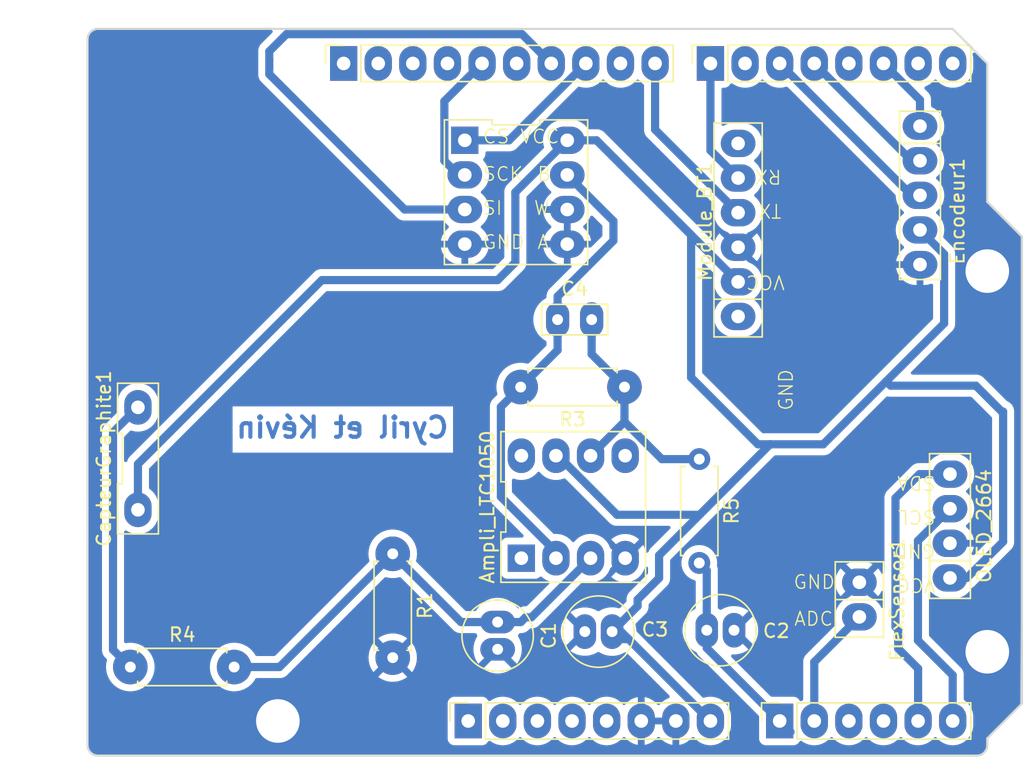
<source format=kicad_pcb>
(kicad_pcb (version 20221018) (generator pcbnew)
  (title_block (date "mar. 31 mars 2015"))
  (layers (0 "F.Cu" signal) (31 "B.Cu" signal) (34 "B.Paste" user) (35 "F.Paste" user) (36 "B.SilkS" user "B.Silkscreen") (37 "F.SilkS" user "F.Silkscreen") (38 "B.Mask" user) (39 "F.Mask" user) (44 "Edge.Cuts" user))
  (net 0 "")
  (net 1 "GND")
  (net 3 "+5V")
  (net 4 "/IOREF")
  (net 6 "/A2")
  (net 7 "/A3")
  (net 8 "Net-(Ampli_LTC1050-+IN)")
  (net 10 "Net-(Ampli_LTC1050-OUT)")
  (net 11 "/12")
  (net 12 "/AREF")
  (net 14 "ADC_Ampli")
  (net 15 "Net-(CapteurGraphite1-Sortie)")
  (net 16 "Clock_Encod")
  (net 17 "/*9")
  (net 18 "Data")
  (net 19 "Switch")
  (net 20 "/*6")
  (net 21 "ADC_Flex")
  (net 22 "/TX{slash}1")
  (net 23 "/*3")
  (net 24 "/RX{slash}0")
  (net 25 "+3V3")
  (net 26 "VCC")
  (net 27 "/~{RESET}")
  (net 28 "SCL")
  (net 29 "SDA")
  (net 30 "Clock_Potar")
  (net 31 "MOSI")
  (net 32 "CS")
  (net 33 "TX")
  (net 34 "RX")
  (net 35 "B")
  (footprint "Connector_PinSocket_2.54mm:PinSocket_1x08_P2.54mm_Vertical" (layer "F.Cu") (at 127.94 97.46 90)
    (fp_text reference "J1" hide)
    (fp_text value "Power")
    (fp_line (start -1.33 1.27) (end -1.33 19.11) (stroke (width 0.12)) (layer "F.SilkS"))
    (fp_line (start -1.33 1.27) (end 1.33 1.27) (stroke (width 0.12)) (layer "F.SilkS"))
    (fp_line (start -1.33 19.11) (end 1.33 19.11) (stroke (width 0.12)) (layer "F.SilkS"))
    (fp_line (start 0 -1.33) (end 1.33 -1.33) (stroke (width 0.12)) (layer "F.SilkS"))
    (fp_line (start 1.33 -1.33) (end 1.33 0) (stroke (width 0.12)) (layer "F.SilkS"))
    (fp_line (start 1.33 1.27) (end 1.33 19.11) (stroke (width 0.12)) (layer "F.SilkS"))
    (pad "1" thru_hole rect locked (at 0 0 90) (size 2.54 2) (drill 1) (layers "*.Cu" "*.Mask"))
    (pad "2" thru_hole oval locked (at 0 2.54 90) (size 2.54 2) (drill 1) (layers "*.Cu" "*.Mask") (net 4 "/IOREF"))
    (pad "3" thru_hole oval locked (at 0 5.08 90) (size 2.54 2) (drill 1) (layers "*.Cu" "*.Mask") (net 27 "/~{RESET}"))
    (pad "4" thru_hole oval locked (at 0 7.62 90) (size 2.54 2) (drill 1) (layers "*.Cu" "*.Mask") (net 25 "+3V3"))
    (pad "5" thru_hole oval locked (at 0 10.16 90) (size 2.54 2) (drill 1) (layers "*.Cu" "*.Mask") (net 3 "+5V"))
    (pad "6" thru_hole oval locked (at 0 12.7 90) (size 2.54 2) (drill 1) (layers "*.Cu" "*.Mask") (net 1 "GND"))
    (pad "7" thru_hole oval locked (at 0 15.24 90) (size 2.54 2) (drill 1) (layers "*.Cu" "*.Mask") (net 1 "GND"))
    (pad "8" thru_hole oval locked (at 0 17.78 90) (size 2.54 2) (drill 1) (layers "*.Cu" "*.Mask") (net 26 "VCC"))
  )
  (footprint "Connector_PinSocket_2.54mm:PinSocket_1x06_P2.54mm_Vertical" (layer "F.Cu") (at 150.8 97.46 90)
    (fp_text reference "J3" hide)
    (fp_text value "Analog")
    (fp_line (start -1.33 1.27) (end -1.33 14.03) (stroke (width 0.12)) (layer "F.SilkS"))
    (fp_line (start -1.33 1.27) (end 1.33 1.27) (stroke (width 0.12)) (layer "F.SilkS"))
    (fp_line (start -1.33 14.03) (end 1.33 14.03) (stroke (width 0.12)) (layer "F.SilkS"))
    (fp_line (start 0 -1.33) (end 1.33 -1.33) (stroke (width 0.12)) (layer "F.SilkS"))
    (fp_line (start 1.33 -1.33) (end 1.33 0) (stroke (width 0.12)) (layer "F.SilkS"))
    (fp_line (start 1.33 1.27) (end 1.33 14.03) (stroke (width 0.12)) (layer "F.SilkS"))
    (pad "1" thru_hole rect locked (at 0 0 90) (size 2.54 2) (drill 1) (layers "*.Cu" "*.Mask") (net 14 "ADC_Ampli"))
    (pad "2" thru_hole oval locked (at 0 2.54 90) (size 2.54 2) (drill 1) (layers "*.Cu" "*.Mask") (net 21 "ADC_Flex"))
    (pad "3" thru_hole oval locked (at 0 5.08 90) (size 2.54 2) (drill 1) (layers "*.Cu" "*.Mask") (net 6 "/A2"))
    (pad "4" thru_hole oval locked (at 0 7.62 90) (size 2.54 2) (drill 1) (layers "*.Cu" "*.Mask") (net 7 "/A3"))
    (pad "5" thru_hole oval locked (at 0 10.16 90) (size 2.54 2) (drill 1) (layers "*.Cu" "*.Mask") (net 29 "SDA"))
    (pad "6" thru_hole oval locked (at 0 12.7 90) (size 2.54 2) (drill 1) (layers "*.Cu" "*.Mask") (net 28 "SCL"))
  )
  (footprint "Connector_PinSocket_2.54mm:PinSocket_1x10_P2.54mm_Vertical" (layer "F.Cu") (at 118.796 49.2 90)
    (fp_text reference "J2" hide)
    (fp_text value "Digital/PWM")
    (fp_line (start -1.33 1.27) (end -1.33 24.19) (stroke (width 0.12)) (layer "F.SilkS"))
    (fp_line (start -1.33 1.27) (end 1.33 1.27) (stroke (width 0.12)) (layer "F.SilkS"))
    (fp_line (start -1.33 24.19) (end 1.33 24.19) (stroke (width 0.12)) (layer "F.SilkS"))
    (fp_line (start 0 -1.33) (end 1.33 -1.33) (stroke (width 0.12)) (layer "F.SilkS"))
    (fp_line (start 1.33 -1.33) (end 1.33 0) (stroke (width 0.12)) (layer "F.SilkS"))
    (fp_line (start 1.33 1.27) (end 1.33 24.19) (stroke (width 0.12)) (layer "F.SilkS"))
    (pad "1" thru_hole rect locked (at 0 0 90) (size 2.54 2) (drill 1) (layers "*.Cu" "*.Mask") (net 28 "SCL"))
    (pad "2" thru_hole oval locked (at 0 2.54 90) (size 2.54 2) (drill 1) (layers "*.Cu" "*.Mask") (net 29 "SDA"))
    (pad "3" thru_hole oval locked (at 0 5.08 90) (size 2.54 2) (drill 1) (layers "*.Cu" "*.Mask") (net 12 "/AREF"))
    (pad "4" thru_hole oval locked (at 0 7.62 90) (size 2.54 2) (drill 1) (layers "*.Cu" "*.Mask") (net 1 "GND"))
    (pad "5" thru_hole oval locked (at 0 10.16 90) (size 2.54 2) (drill 1) (layers "*.Cu" "*.Mask") (net 30 "Clock_Potar"))
    (pad "6" thru_hole oval locked (at 0 12.7 90) (size 2.54 2) (drill 1) (layers "*.Cu" "*.Mask") (net 11 "/12"))
    (pad "7" thru_hole oval locked (at 0 15.24 90) (size 2.54 2) (drill 1) (layers "*.Cu" "*.Mask") (net 31 "MOSI"))
    (pad "8" thru_hole oval locked (at 0 17.78 90) (size 2.54 2) (drill 1) (layers "*.Cu" "*.Mask") (net 32 "CS"))
    (pad "9" thru_hole oval locked (at 0 20.32 90) (size 2.54 2) (drill 1) (layers "*.Cu" "*.Mask") (net 17 "/*9"))
    (pad "10" thru_hole oval locked (at 0 22.86 90) (size 2.54 2) (drill 1) (layers "*.Cu" "*.Mask") (net 34 "RX"))
  )
  (footprint "Connector_PinSocket_2.54mm:PinSocket_1x08_P2.54mm_Vertical" (layer "F.Cu") (at 145.72 49.2 90)
    (fp_text reference "J4" hide)
    (fp_text value "Digital/PWM")
    (fp_line (start -1.33 1.27) (end -1.33 19.11) (stroke (width 0.12)) (layer "F.SilkS"))
    (fp_line (start -1.33 1.27) (end 1.33 1.27) (stroke (width 0.12)) (layer "F.SilkS"))
    (fp_line (start -1.33 19.11) (end 1.33 19.11) (stroke (width 0.12)) (layer "F.SilkS"))
    (fp_line (start 0 -1.33) (end 1.33 -1.33) (stroke (width 0.12)) (layer "F.SilkS"))
    (fp_line (start 1.33 -1.33) (end 1.33 0) (stroke (width 0.12)) (layer "F.SilkS"))
    (fp_line (start 1.33 1.27) (end 1.33 19.11) (stroke (width 0.12)) (layer "F.SilkS"))
    (pad "1" thru_hole rect locked (at 0 0 90) (size 2.54 2) (drill 1) (layers "*.Cu" "*.Mask") (net 33 "TX"))
    (pad "2" thru_hole oval locked (at 0 2.54 90) (size 2.54 2) (drill 1) (layers "*.Cu" "*.Mask") (net 20 "/*6"))
    (pad "3" thru_hole oval locked (at 0 5.08 90) (size 2.54 2) (drill 1) (layers "*.Cu" "*.Mask") (net 19 "Switch"))
    (pad "4" thru_hole oval locked (at 0 7.62 90) (size 2.54 2) (drill 1) (layers "*.Cu" "*.Mask") (net 18 "Data"))
    (pad "5" thru_hole oval locked (at 0 10.16 90) (size 2.54 2) (drill 1) (layers "*.Cu" "*.Mask") (net 23 "/*3"))
    (pad "6" thru_hole oval locked (at 0 12.7 90) (size 2.54 2) (drill 1) (layers "*.Cu" "*.Mask") (net 16 "Clock_Encod"))
    (pad "7" thru_hole oval locked (at 0 15.24 90) (size 2.54 2) (drill 1) (layers "*.Cu" "*.Mask") (net 22 "/TX{slash}1"))
    (pad "8" thru_hole oval locked (at 0 17.78 90) (size 2.54 2) (drill 1) (layers "*.Cu" "*.Mask") (net 24 "/RX{slash}0"))
  )
  (footprint "Capacitor_THT:C_Radial_D5.0mm_H7.0mm_P2.00mm" (layer "F.Cu") (at 145.45 90.8)
    (fp_text reference "C2" (at 5.1 0.05) (layer "F.SilkS"))
    (fp_text value "100n")
    (fp_circle (center 1 0) (end 3.62 0) (stroke (width 0.12)) (fill none) (layer "F.SilkS"))
    (pad "1" thru_hole oval (at 0 0) (size 1.65 2.54) (drill 0.8) (layers "*.Cu" "*.Mask") (net 14 "ADC_Ampli"))
    (pad "2" thru_hole oval (at 2 0) (size 1.65 2.54) (drill 0.8) (layers "*.Cu" "*.Mask") (net 1 "GND"))
  )
  (footprint "Capacitor_THT:C_Radial_D5.0mm_H7.0mm_P2.00mm" (layer "F.Cu") (at 130.1 90.2 -90)
    (fp_text reference "C1" (at 1 -3.75 90) (layer "F.SilkS"))
    (fp_text value "100n")
    (fp_circle (center 1 0) (end 3.62 0) (stroke (width 0.12)) (fill none) (layer "F.SilkS"))
    (pad "1" thru_hole oval (at 0 0 270) (size 1.65 2.54) (drill 0.8) (layers "*.Cu" "*.Mask") (net 8 "Net-(Ampli_LTC1050-+IN)"))
    (pad "2" thru_hole oval (at 2 0 270) (size 1.65 2.54) (drill 0.8) (layers "*.Cu" "*.Mask") (net 1 "GND"))
  )
  (footprint "Librairie utile empreintes:Module_BT_new" (layer "F.Cu") (at 147.75 61.42 90)
    (fp_text reference "Module_BT1" (at 0.6 -2.45 90) (layer "F.SilkS"))
    (fp_text value "~" hide)
    (fp_text user "TX" (at 2 3.25 180 unlocked) (layer "F.SilkS") (effects (font (thickness 0.1)) (justify left bottom)))
    (fp_text user "VCC" (at -3.25 3.5 180 unlocked) (layer "F.SilkS") (effects (font (thickness 0.1)) (justify left bottom)))
    (fp_text user "RX" (at 4.5 3.25 180 unlocked) (layer "F.SilkS") (effects (font (thickness 0.1)) (justify left bottom)))
    (fp_line (start -7.85 -1.77) (end 7.85 -1.77) (stroke (width 0.12)) (layer "F.SilkS"))
    (fp_line (start -7.85 1.77) (end -7.85 -1.77) (stroke (width 0.12)) (layer "F.SilkS"))
    (fp_line (start -5.08 -1.77) (end -5.08 1.77) (stroke (width 0.12)) (layer "F.SilkS"))
    (fp_line (start 7.85 -1.77) (end 7.85 1.77) (stroke (width 0.12)) (layer "F.SilkS"))
    (fp_line (start 7.85 1.77) (end -7.85 1.77) (stroke (width 0.12)) (layer "F.SilkS"))
    (pad "1" thru_hole oval (at -6.35 0 90) (size 2 2.54) (drill 1) (layers "*.Cu" "*.Mask"))
    (pad "2" thru_hole oval (at -3.81 0 90) (size 2 2.54) (drill 1) (layers "*.Cu" "*.Mask") (net 26 "VCC"))
    (pad "3" thru_hole oval (at -1.27 0 90) (size 2 2.54) (drill 1) (layers "*.Cu" "*.Mask") (net 1 "GND"))
    (pad "4" thru_hole oval (at 1.27 0 90) (size 2 2.54) (drill 1) (layers "*.Cu" "*.Mask") (net 34 "RX"))
    (pad "5" thru_hole oval (at 3.81 0 90) (size 2 2.54) (drill 1) (layers "*.Cu" "*.Mask") (net 33 "TX"))
    (pad "6" thru_hole oval (at 6.35 0 90) (size 2 2.54) (drill 1) (layers "*.Cu" "*.Mask"))
  )
  (footprint "Arduino_MountingHole:MountingHole_3.2mm" (layer "F.Cu") (at 115.24 49.2)
    (fp_text reference "MH1" hide)
    (fp_text value "MountingHole_3.2mm" hide)
    (pad "" np_thru_hole circle locked (at 0 0) (size 3.2 3.2) (drill 3.2) (layers "*.Cu" "*.Mask"))
  )
  (footprint "Librairie utile empreintes:OLED_2864" (layer "F.Cu") (at 163.3 83.15 90)
    (fp_text reference "OLED_2664" (at 0 2.5 90) (layer "F.SilkS"))
    (fp_text value "~")
    (fp_text user "SDA" (at 3.75 -1 180 unlocked) (layer "F.SilkS") (effects (font (thickness 0.1)) (justify left bottom)))
    (fp_text user "GND" (at -1.25 -1 180 unlocked) (layer "F.SilkS") (effects (font (thickness 0.1)) (justify left bottom)))
    (fp_text user "SCL" (at 1.25 -1 180 unlocked) (layer "F.SilkS") (effects (font (thickness 0.1)) (justify left bottom)))
    (fp_text user "VCC" (at -3.75 -1 180 unlocked) (layer "F.SilkS") (effects (font (thickness 0.1)) (justify left bottom)))
    (fp_line (start -5.31 -1.5) (end 5.31 -1.5) (stroke (width 0.12)) (layer "F.SilkS"))
    (fp_line (start -5.31 1.5) (end -5.31 -1.5) (stroke (width 0.12)) (layer "F.SilkS"))
    (fp_line (start -2.54 -1.5) (end -2.54 1.5) (stroke (width 0.12)) (layer "F.SilkS"))
    (fp_line (start 5.31 -1.5) (end 5.31 1.5) (stroke (width 0.12)) (layer "F.SilkS"))
    (fp_line (start 5.31 1.5) (end -5.31 1.5) (stroke (width 0.12)) (layer "F.SilkS"))
    (pad "1" thru_hole oval (at -3.81 0 90) (size 2 2.54) (drill 1) (layers "*.Cu" "*.Mask") (net 26 "VCC"))
    (pad "2" thru_hole oval (at -1.27 0 90) (size 2 2.54) (drill 1) (layers "*.Cu" "*.Mask") (net 1 "GND"))
    (pad "3" thru_hole oval (at 1.27 0 90) (size 2 2.54) (drill 1) (layers "*.Cu" "*.Mask") (net 28 "SCL"))
    (pad "4" thru_hole oval (at 3.81 0 90) (size 2 2.54) (drill 1) (layers "*.Cu" "*.Mask") (net 29 "SDA"))
  )
  (footprint "Capacitor_THT:C_Radial_D5.0mm_H7.0mm_P2.00mm" (layer "F.Cu") (at 138.5 90.9 180)
    (fp_text reference "C3" (at -3.15 0.15) (layer "F.SilkS"))
    (fp_text value "100n")
    (fp_circle (center 1 0) (end 3.62 0) (stroke (width 0.12)) (fill none) (layer "F.SilkS"))
    (pad "1" thru_hole oval (at 0 0 180) (size 1.65 2.54) (drill 0.8) (layers "*.Cu" "*.Mask") (net 26 "VCC"))
    (pad "2" thru_hole oval (at 2 0 180) (size 1.65 2.54) (drill 0.8) (layers "*.Cu" "*.Mask") (net 1 "GND"))
  )
  (footprint "Resistor_THT:R_Axial_DIN0207_L6.3mm_D2.5mm_P7.62mm_Horizontal" (layer "F.Cu") (at 122.4 85.19 -90)
    (fp_text reference "R1" (at 3.81 -2.37 90) (layer "F.SilkS"))
    (fp_text value "100k")
    (fp_line (start 0.54 -1.37) (end 7.08 -1.37) (stroke (width 0.12)) (layer "F.SilkS"))
    (fp_line (start 0.54 -1.04) (end 0.54 -1.37) (stroke (width 0.12)) (layer "F.SilkS"))
    (fp_line (start 0.54 1.04) (end 0.54 1.37) (stroke (width 0.12)) (layer "F.SilkS"))
    (fp_line (start 0.54 1.37) (end 7.08 1.37) (stroke (width 0.12)) (layer "F.SilkS"))
    (fp_line (start 7.08 -1.37) (end 7.08 -1.04) (stroke (width 0.12)) (layer "F.SilkS"))
    (fp_line (start 7.08 1.37) (end 7.08 1.04) (stroke (width 0.12)) (layer "F.SilkS"))
    (pad "1" thru_hole circle (at 0 0 270) (size 2.54 2.54) (drill 0.8) (layers "*.Cu" "*.Mask") (net 8 "Net-(Ampli_LTC1050-+IN)"))
    (pad "2" thru_hole circle (at 7.62 0 270) (size 2.54 2.54) (drill 0.8) (layers "*.Cu" "*.Mask") (net 1 "GND"))
  )
  (footprint "Resistor_THT:R_Axial_DIN0207_L6.3mm_D2.5mm_P7.62mm_Horizontal" (layer "F.Cu") (at 103.14 93.5)
    (fp_text reference "R4" (at 3.81 -2.37) (layer "F.SilkS"))
    (fp_text value "10k")
    (fp_line (start 0.54 -1.37) (end 7.08 -1.37) (stroke (width 0.12)) (layer "F.SilkS"))
    (fp_line (start 0.54 -1.04) (end 0.54 -1.37) (stroke (width 0.12)) (layer "F.SilkS"))
    (fp_line (start 0.54 1.04) (end 0.54 1.37) (stroke (width 0.12)) (layer "F.SilkS"))
    (fp_line (start 0.54 1.37) (end 7.08 1.37) (stroke (width 0.12)) (layer "F.SilkS"))
    (fp_line (start 7.08 -1.37) (end 7.08 -1.04) (stroke (width 0.12)) (layer "F.SilkS"))
    (fp_line (start 7.08 1.37) (end 7.08 1.04) (stroke (width 0.12)) (layer "F.SilkS"))
    (pad "1" thru_hole circle (at 0 0) (size 2.54 2.54) (drill 0.8) (layers "*.Cu" "*.Mask") (net 15 "Net-(CapteurGraphite1-Sortie)"))
    (pad "2" thru_hole circle (at 7.62 0) (size 2.54 2.54) (drill 0.8) (layers "*.Cu" "*.Mask") (net 8 "Net-(Ampli_LTC1050-+IN)"))
  )
  (footprint "Librairie utile empreintes:FlexSensor" (layer "F.Cu") (at 156.65 88.55 90)
    (fp_text reference "FlexSensor1" (at 0 2.77 90) (layer "F.SilkS"))
    (fp_text value "~" hide)
    (fp_text user "ADC" (at -2 -4.85 unlocked) (layer "F.SilkS") (effects (font (thickness 0.1)) (justify left bottom)))
    (fp_text user "GND" (at 0.7 -4.9 unlocked) (layer "F.SilkS") (effects (font (thickness 0.1)) (justify left bottom)))
    (fp_line (start -2.77 -1.77) (end 2.77 -1.77) (stroke (width 0.12)) (layer "F.SilkS"))
    (fp_line (start -2.77 1.77) (end -2.77 -1.77) (stroke (width 0.12)) (layer "F.SilkS"))
    (fp_line (start 0 -1.77) (end 0 1.77) (stroke (width 0.12)) (layer "F.SilkS"))
    (fp_line (start 2.77 -1.77) (end 2.77 1.77) (stroke (width 0.12)) (layer "F.SilkS"))
    (fp_line (start 2.77 1.77) (end -2.77 1.77) (stroke (width 0.12)) (layer "F.SilkS"))
    (pad "1" thru_hole oval (at -1.27 0 90) (size 2 2.54) (drill 1) (layers "*.Cu" "*.Mask") (net 21 "ADC_Flex"))
    (pad "2" thru_hole oval (at 1.27 0 90) (size 2 2.54) (drill 1) (layers "*.Cu" "*.Mask") (net 1 "GND"))
  )
  (footprint "Resistor_THT:R_Axial_DIN0207_L6.3mm_D2.5mm_P7.62mm_Horizontal" (layer "F.Cu") (at 144.9 78.24 -90)
    (fp_text reference "R5" (at 3.81 -2.37 90) (layer "F.SilkS"))
    (fp_text value "1k" hide)
    (fp_line (start 0.54 -1.37) (end 7.08 -1.37) (stroke (width 0.12)) (layer "F.SilkS"))
    (fp_line (start 0.54 -1.04) (end 0.54 -1.37) (stroke (width 0.12)) (layer "F.SilkS"))
    (fp_line (start 0.54 1.04) (end 0.54 1.37) (stroke (width 0.12)) (layer "F.SilkS"))
    (fp_line (start 0.54 1.37) (end 7.08 1.37) (stroke (width 0.12)) (layer "F.SilkS"))
    (fp_line (start 7.08 -1.37) (end 7.08 -1.04) (stroke (width 0.12)) (layer "F.SilkS"))
    (fp_line (start 7.08 1.37) (end 7.08 1.04) (stroke (width 0.12)) (layer "F.SilkS"))
    (pad "1" thru_hole circle (at 0 0 270) (size 1.6 1.6) (drill 0.8) (layers "*.Cu" "*.Mask") (net 10 "Net-(Ampli_LTC1050-OUT)"))
    (pad "2" thru_hole oval (at 7.62 0 270) (size 1.6 1.6) (drill 0.8) (layers "*.Cu" "*.Mask") (net 14 "ADC_Ampli"))
  )
  (footprint "Capacitor_THT:C_Rect_L4.6mm_W2.0mm_P2.50mm_MKS02_FKP02" (layer "F.Cu") (at 134.5 68)
    (fp_text reference "C4" (at 1.25 -2.25) (layer "F.SilkS"))
    (fp_text value "1u")
    (fp_line (start -1.17 -1.12) (end -1.17 1.12) (stroke (width 0.12)) (layer "F.SilkS"))
    (fp_line (start -1.17 -1.12) (end 3.67 -1.12) (stroke (width 0.12)) (layer "F.SilkS"))
    (fp_line (start -1.17 1.12) (end 3.67 1.12) (stroke (width 0.12)) (layer "F.SilkS"))
    (fp_line (start 3.67 -1.12) (end 3.67 1.12) (stroke (width 0.12)) (layer "F.SilkS"))
    (pad "1" thru_hole oval (at 0 0) (size 1.7 2.54) (drill 0.8) (layers "*.Cu" "*.Mask") (net 35 "B"))
    (pad "2" thru_hole oval (at 2.5 0) (size 1.7 2.54) (drill 0.8) (layers "*.Cu" "*.Mask") (net 10 "Net-(Ampli_LTC1050-OUT)"))
  )
  (footprint "Librairie utile empreintes:CapteurGraphite" (layer "F.Cu") (at 103.7 78.2)
    (fp_text reference "CapteurGraphite1" (at -2.5 0 90) (layer "F.SilkS"))
    (fp_text value "~")
    (fp_line (start -1.5 -1.843333) (end -1.14 -1.843333) (stroke (width 0.12)) (layer "F.SilkS"))
    (fp_line (start -1.5 1.843333) (end -1.5 5.53) (stroke (width 0.12)) (layer "F.SilkS"))
    (fp_line (start -1.5 5.53) (end 1.499999 5.53) (stroke (width 0.12)) (layer "F.SilkS"))
    (fp_line (start -1.499999 -5.53) (end -1.5 -1.843333) (stroke (width 0.12)) (layer "F.SilkS"))
    (fp_line (start -1.14 -1.843333) (end -1.14 1.843333) (stroke (width 0.12)) (layer "F.SilkS"))
    (fp_line (start -1.14 1.843333) (end -1.5 1.843333) (stroke (width 0.12)) (layer "F.SilkS"))
    (fp_line (start 1.499999 5.53) (end 1.5 -5.53) (stroke (width 0.12)) (layer "F.SilkS"))
    (fp_line (start 1.5 -5.53) (end -1.499999 -5.53) (stroke (width 0.12)) (layer "F.SilkS"))
    (pad "1" thru_hole oval (at 0 3.76) (size 2 2.54) (drill 1) (layers "*.Cu" "*.Mask") (net 26 "VCC"))
    (pad "2" thru_hole oval (at 0 -3.76) (size 2 2.54) (drill 1) (layers "*.Cu" "*.Mask") (net 15 "Net-(CapteurGraphite1-Sortie)"))
  )
  (footprint "Librairie utile empreintes:Encodeur" (layer "F.Cu") (at 161.1 58.88 -90)
    (fp_text reference "Encodeur1" (at 1.17 -2.75 90) (layer "F.SilkS"))
    (fp_text value "~" hide)
    (fp_line (start -6.18 -1.5) (end 6.18 -1.5) (stroke (width 0.12)) (layer "F.SilkS"))
    (fp_line (start -6.18 1.5) (end -6.18 -1.5) (stroke (width 0.12)) (layer "F.SilkS"))
    (fp_line (start -3.81 -1.5) (end -3.81 1.5) (stroke (width 0.12)) (layer "F.SilkS"))
    (fp_line (start 6.18 -1.5) (end 6.18 1.5) (stroke (width 0.12)) (layer "F.SilkS"))
    (fp_line (start 6.18 1.5) (end -6.18 1.5) (stroke (width 0.12)) (layer "F.SilkS"))
    (pad "1" thru_hole oval (at -5.08 0 270) (size 2 2.54) (drill 1) (layers "*.Cu" "*.Mask") (net 16 "Clock_Encod"))
    (pad "2" thru_hole oval (at -2.54 0 270) (size 2 2.54) (drill 1) (layers "*.Cu" "*.Mask") (net 18 "Data"))
    (pad "3" thru_hole oval (at 0 0 270) (size 2 2.54) (drill 1) (layers "*.Cu" "*.Mask") (net 19 "Switch"))
    (pad "4" thru_hole oval (at 2.54 0 270) (size 2 2.54) (drill 1) (layers "*.Cu" "*.Mask") (net 26 "VCC"))
    (pad "5" thru_hole oval (at 5.08 0 270) (size 2 2.54) (drill 1) (layers "*.Cu" "*.Mask") (net 1 "GND"))
  )
  (footprint "Resistor_THT:R_Axial_DIN0207_L6.3mm_D2.5mm_P7.62mm_Horizontal" (layer "F.Cu") (at 139.41 72.95 180)
    (fp_text reference "R3" (at 3.81 -2.37) (layer "F.SilkS"))
    (fp_text value "100k")
    (fp_line (start 0.54 -1.37) (end 7.08 -1.37) (stroke (width 0.12)) (layer "F.SilkS"))
    (fp_line (start 0.54 -1.04) (end 0.54 -1.37) (stroke (width 0.12)) (layer "F.SilkS"))
    (fp_line (start 0.54 1.04) (end 0.54 1.37) (stroke (width 0.12)) (layer "F.SilkS"))
    (fp_line (start 0.54 1.37) (end 7.08 1.37) (stroke (width 0.12)) (layer "F.SilkS"))
    (fp_line (start 7.08 -1.37) (end 7.08 -1.04) (stroke (width 0.12)) (layer "F.SilkS"))
    (fp_line (start 7.08 1.37) (end 7.08 1.04) (stroke (width 0.12)) (layer "F.SilkS"))
    (pad "1" thru_hole circle (at 0 0 180) (size 2.54 2.54) (drill 0.8) (layers "*.Cu" "*.Mask") (net 10 "Net-(Ampli_LTC1050-OUT)"))
    (pad "2" thru_hole circle (at 7.62 0 180) (size 2.54 2.54) (drill 0.8) (layers "*.Cu" "*.Mask") (net 35 "B"))
  )
  (footprint "Arduino_MountingHole:MountingHole_3.2mm" (layer "F.Cu") (at 113.97 97.46)
    (fp_text reference "MH2" hide)
    (fp_text value "MountingHole_3.2mm" hide)
    (pad "" np_thru_hole circle locked (at 0 0) (size 3.2 3.2) (drill 3.2) (layers "*.Cu" "*.Mask"))
  )
  (footprint "Arduino_MountingHole:MountingHole_3.2mm" (layer "F.Cu") (at 166.04 64.44)
    (fp_text reference "MH3" hide)
    (fp_text value "MountingHole_3.2mm" hide)
    (pad "" np_thru_hole circle locked (at 0 0) (size 3.2 3.2) (drill 3.2) (layers "*.Cu" "*.Mask"))
  )
  (footprint "Arduino_MountingHole:MountingHole_3.2mm" (layer "F.Cu") (at 166.04 92.38)
    (fp_text reference "MH4" hide)
    (fp_text value "MountingHole_3.2mm" hide)
    (pad "" np_thru_hole circle locked (at 0 0) (size 3.2 3.2) (drill 3.2) (layers "*.Cu" "*.Mask"))
  )
  (footprint "Librairie utile empreintes:Ampli_LTC1050" (layer "F.Cu") (at 135.65 81.75)
    (fp_text reference "Ampli_LTC1050" (at -6.31 0 90) (layer "F.SilkS"))
    (fp_text value "~")
    (fp_line (start -5.31 -5.53) (end -5.31 -1.843333) (stroke (width 0.12)) (layer "F.SilkS"))
    (fp_line (start -5.31 -1.843333) (end -4.95 -1.843333) (stroke (width 0.12)) (layer "F.SilkS"))
    (fp_line (start -5.31 1.843333) (end -5.31 5.53) (stroke (width 0.12)) (layer "F.SilkS"))
    (fp_line (start -5.31 5.53) (end 5.31 5.53) (stroke (width 0.12)) (layer "F.SilkS"))
    (fp_line (start -4.95 -1.843333) (end -4.95 1.843333) (stroke (width 0.12)) (layer "F.SilkS"))
    (fp_line (start -4.95 1.843333) (end -5.31 1.843333) (stroke (width 0.12)) (layer "F.SilkS"))
    (fp_line (start 5.31 -5.53) (end -5.31 -5.53) (stroke (width 0.12)) (layer "F.SilkS"))
    (fp_line (start 5.31 5.53) (end 5.31 -5.53) (stroke (width 0.12)) (layer "F.SilkS"))
    (pad "1" thru_hole rect (at -3.81 3.76) (size 2 2) (drill 1) (layers "*.Cu" "*.Mask"))
    (pad "2" thru_hole oval (at -1.27 3.76) (size 2 2.54) (drill 1) (layers "*.Cu" "*.Mask") (net 35 "B"))
    (pad "3" thru_hole oval (at 1.27 3.76) (size 2 2.54) (drill 1) (layers "*.Cu" "*.Mask") (net 8 "Net-(Ampli_LTC1050-+IN)"))
    (pad "4" thru_hole oval (at 3.81 3.76) (size 2 2.54) (drill 1) (layers "*.Cu" "*.Mask") (net 1 "GND"))
    (pad "5" thru_hole oval (at 3.81 -3.76) (size 2 2.54) (drill 1) (layers "*.Cu" "*.Mask"))
    (pad "6" thru_hole oval (at 1.27 -3.76) (size 2 2.54) (drill 1) (layers "*.Cu" "*.Mask") (net 10 "Net-(Ampli_LTC1050-OUT)"))
    (pad "7" thru_hole oval (at -1.27 -3.76) (size 2 2.54) (drill 1) (layers "*.Cu" "*.Mask") (net 26 "VCC"))
    (pad "8" thru_hole oval (at -3.81 -3.76) (size 2 2.54) (drill 1) (layers "*.Cu" "*.Mask"))
  )
  (footprint "Librairie utile empreintes:MCP41050" (layer "F.Cu") (at 131.45 58.65 -90)
    (fp_text reference "Potentiomètre_MCP41050" hide)
    (fp_text value "~" hide)
    (fp_text user "VCC" (at -3.5 -0.25 unlocked) (layer "F.SilkS") (effects (font (thickness 0.1)) (justify left bottom)))
    (fp_text user "A" (at 4.25 -1.5 unlocked) (layer "F.SilkS") (effects (font (thickness 0.1)) (justify left bottom)))
    (fp_text user "B" (at -0.75 -1.5 unlocked) (layer "F.SilkS") (effects (font (thickness 0.1)) (justify left bottom)))
    (fp_text user "SI" (at 1.75 2.5 unlocked) (layer "F.SilkS") (effects (font (thickness 0.1)) (justify left bottom)))
    (fp_text user "GND" (at 4.25 2.5 unlocked) (layer "F.SilkS") (effects (font (thickness 0.1)) (justify left bottom)))
    (fp_text user "W" (at 1.75 -1.25 unlocked) (layer "F.SilkS") (effects (font (thickness 0.1)) (justify left bottom)))
    (fp_text user "SCK" (at -0.75 2.5 unlocked) (layer "F.SilkS") (effects (font (thickness 0.1)) (justify left bottom)))
    (fp_text user "CS" (at -3.5 2.5 unlocked) (layer "F.SilkS") (effects (font (thickness 0.1)) (justify left bottom)))
    (fp_line (start -5.31 -5.26) (end -5.31 -1.753333) (stroke (width 0.12)) (layer "F.SilkS"))
    (fp_line (start -5.31 -1.753333) (end -4.95 -1.753333) (stroke (width 0.12)) (layer "F.SilkS"))
    (fp_line (start -5.31 1.753333) (end -5.31 5.26) (stroke (width 0.12)) (layer "F.SilkS"))
    (fp_line (start -5.31 5.26) (end 5.31 5.26) (stroke (width 0.12)) (layer "F.SilkS"))
    (fp_line (start -4.95 -1.753333) (end -4.95 1.753333) (stroke (width 0.12)) (layer "F.SilkS"))
    (fp_line (start -4.95 1.753333) (end -5.31 1.753333) (stroke (width 0.12)) (layer "F.SilkS"))
    (fp_line (start 5.31 -5.26) (end -5.31 -5.26) (stroke (width 0.12)) (layer "F.SilkS"))
    (fp_line (start 5.31 5.26) (end 5.31 -5.26) (stroke (width 0.12)) (layer "F.SilkS"))
    (pad "1" thru_hole rect (at -3.81 3.76 270) (size 2 2) (drill 1) (layers "*.Cu" "*.Mask") (net 32 "CS"))
    (pad "2" thru_hole oval (at -1.27 3.76 270) (size 2 2.54) (drill 1) (layers "*.Cu" "*.Mask") (net 30 "Clock_Potar"))
    (pad "3" thru_hole oval (at 1.27 3.76 270) (size 2 2.54) (drill 1) (layers "*.Cu" "*.Mask") (net 31 "MOSI"))
    (pad "4" thru_hole oval (at 3.81 3.76 270) (size 2 2.54) (drill 1) (layers "*.Cu" "*.Mask") (net 1 "GND"))
    (pad "5" thru_hole oval (at 3.81 -3.76 270) (size 2 2.54) (drill 1) (layers "*.Cu" "*.Mask") (net 1 "GND"))
    (pad "6" thru_hole oval (at 1.27 -3.76 270) (size 2 2.54) (drill 1) (layers "*.Cu" "*.Mask") (net 1 "GND"))
    (pad "7" thru_hole oval (at -1.27 -3.76 270) (size 2 2.54) (drill 1) (layers "*.Cu" "*.Mask") (net 35 "B"))
    (pad "8" thru_hole oval (at -3.81 -3.76 270) (size 2 2.54) (drill 1) (layers "*.Cu" "*.Mask") (net 26 "VCC"))
  )
  (gr_line (start 166.04 59.36) (end 168.58 61.9) (stroke (width 0.15)) (layer "Edge.Cuts"))
  (gr_line (start 100 99.238) (end 100 47.422) (stroke (width 0.15)) (layer "Edge.Cuts"))
  (gr_line (start 168.58 61.9) (end 168.58 96.19) (stroke (width 0.15)) (layer "Edge.Cuts"))
  (gr_line (start 165.278 100) (end 100.762 100) (stroke (width 0.15)) (layer "Edge.Cuts"))
  (gr_line (start 100.762 46.66) (end 163.5 46.66) (stroke (width 0.15)) (layer "Edge.Cuts"))
  (gr_arc (start 100.762 100) (mid 100.223185 99.776815) (end 100 99.238) (stroke (width 0.15)) (layer "Edge.Cuts"))
  (gr_line (start 168.58 96.19) (end 166.04 98.73) (stroke (width 0.15)) (layer "Edge.Cuts"))
  (gr_line (start 163.5 46.66) (end 166.04 49.2) (stroke (width 0.15)) (layer "Edge.Cuts"))
  (gr_arc (start 166.04 99.238) (mid 165.816815 99.776815) (end 165.278 100) (stroke (width 0.15)) (layer "Edge.Cuts"))
  (gr_line (start 166.04 49.2) (end 166.04 59.36) (stroke (width 0.15)) (layer "Edge.Cuts"))
  (gr_line (start 166.04 98.73) (end 166.04 99.238) (stroke (width 0.15)) (layer "Edge.Cuts"))
  (gr_arc (start 100 47.422) (mid 100.223185 46.883185) (end 100.762 46.66) (stroke (width 0.15)) (layer "Edge.Cuts"))
  (gr_text "Cyril et Kévin" (at 126.65 76.8) (layer "B.Cu") (effects (font (size 1.5 1.5) (thickness 0.3) bold) (justify left bottom mirror)))
  (gr_text "GND" (at 151.85 74.75 90) (layer "F.SilkS") (effects (font (size 1 1) (thickness 0.1)) (justify left bottom)))
  (segment (start 122.11 92.51) (end 121.9 92.3) (width 0.6) (layer "B.Cu") (net 1))
  (segment (start 136.92 85.51) (end 136.77132 85.51) (width 0.6) (layer "B.Cu") (net 8))
  (segment (start 127.41 90.2) (end 130.1 90.2) (width 0.6) (layer "B.Cu") (net 8))
  (segment (start 132.15 89.85) (end 132.58 89.85) (width 0.6) (layer "B.Cu") (net 8))
  (segment (start 136.92 85.51) (end 136.92 84.92) (width 0.6) (layer "B.Cu") (net 8))
  (segment (start 131.8 90.2) (end 132.15 89.85) (width 0.6) (layer "B.Cu") (net 8))
  (segment (start 132.58 89.85) (end 136.92 85.51) (width 0.6) (layer "B.Cu") (net 8))
  (segment (start 130.1 90.2) (end 131.8 90.2) (width 0.6) (layer "B.Cu") (net 8))
  (segment (start 122.4 85.19) (end 127.41 90.2) (width 0.6) (layer "B.Cu") (net 8))
  (segment (start 114.09 93.5) (end 122.4 85.19) (width 0.6) (layer "B.Cu") (net 8))
  (segment (start 110.76 93.5) (end 114.09 93.5) (width 0.6) (layer "B.Cu") (net 8))
  (segment (start 139.41 75.5) (end 136.92 77.99) (width 0.6) (layer "B.Cu") (net 10))
  (segment (start 144.9 78.24) (end 142.15 78.24) (width 0.6) (layer "B.Cu") (net 10))
  (segment (start 142.15 78.24) (end 139.41 75.5) (width 0.6) (layer "B.Cu") (net 10))
  (segment (start 136.92 77.99) (end 136.92 77.62) (width 0.6) (layer "B.Cu") (net 10))
  (segment (start 139.41 72.95) (end 139.41 75.5) (width 0.6) (layer "B.Cu") (net 10))
  (segment (start 137 68) (end 137 70.54) (width 0.6) (layer "B.Cu") (net 10))
  (segment (start 137 70.54) (end 139.41 72.95) (width 0.6) (layer "B.Cu") (net 10))
  (segment (start 136.92 77.99) (end 136.92 78.13) (width 0.6) (layer "B.Cu") (net 10))
  (segment (start 145.45 90.8) (end 145.45 92.11) (width 0.6) (layer "B.Cu") (net 14))
  (segment (start 145.45 86.41) (end 144.9 85.86) (width 0.6) (layer "B.Cu") (net 14))
  (segment (start 145.45 90.8) (end 145.45 86.41) (width 0.6) (layer "B.Cu") (net 14))
  (segment (start 145.45 92.11) (end 150.8 97.46) (width 0.6) (layer "B.Cu") (net 14))
  (segment (start 151.6 98.26) (end 150.8 97.46) (width 0.6) (layer "B.Cu") (net 14))
  (segment (start 101.87 92.23) (end 101.87 76.27) (width 0.6) (layer "B.Cu") (net 15))
  (segment (start 103.14 93.5) (end 101.87 92.23) (width 0.6) (layer "B.Cu") (net 15))
  (segment (start 101.87 76.27) (end 103.7 74.44) (width 0.6) (layer "B.Cu") (net 15))
  (segment (start 161.1 51.88) (end 158.42 49.2) (width 0.6) (layer "B.Cu") (net 16))
  (segment (start 161.1 53.8) (end 161.1 51.88) (width 0.6) (layer "B.Cu") (net 16))
  (segment (start 158.42 49.22) (end 158.42 49.2) (width 0.6) (layer "B.Cu") (net 16))
  (segment (start 161.1 56.34) (end 160.48 56.34) (width 0.6) (layer "B.Cu") (net 18))
  (segment (start 160.48 56.34) (end 153.34 49.2) (width 0.6) (layer "B.Cu") (net 18))
  (segment (start 161.1 58.88) (end 160.48 58.88) (width 0.6) (layer "B.Cu") (net 19))
  (segment (start 160.48 58.88) (end 150.8 49.2) (width 0.6) (layer "B.Cu") (net 19))
  (segment (start 152.78 96.9) (end 153.34 97.46) (width 0.6) (layer "B.Cu") (net 21))
  (segment (start 153.34 93.13) (end 156.65 89.82) (width 0.6) (layer "B.Cu") (net 21))
  (segment (start 153.34 97.46) (end 153.34 93.13) (width 0.6) (layer "B.Cu") (net 21))
  (segment (start 162.87 68.28) (end 158.625 72.525) (width 0.6) (layer "B.Cu") (net 26))
  (segment (start 139.16 90.9) (end 145.72 97.46) (width 0.6) (layer "B.Cu") (net 26))
  (segment (start 143.335 60.815) (end 144.3 61.78) (width 0.6) (layer "B.Cu") (net 26))
  (segment (start 144.3 72.25) (end 149.2 77.15) (width 0.6) (layer "B.Cu") (net 26))
  (segment (start 134.38 78.03) (end 134.38 77.99) (width 0.6) (layer "B.Cu") (net 26))
  (segment (start 141.95 85.3) (end 141.95 86.971522) (width 0.6) (layer "B.Cu") (net 26))
  (segment (start 154 77.15) (end 150.1 77.15) (width 0.6) (layer "B.Cu") (net 26))
  (segment (start 144.925 82.325) (end 141.95 85.3) (width 0.6) (layer "B.Cu") (net 26))
  (segment (start 131.4 63.8) (end 131.4 58.65) (width 0.6) (layer "B.Cu") (net 26))
  (segment (start 103.7 81.96) (end 103.7 78.6) (width 0.6) (layer "B.Cu") (net 26))
  (segment (start 143.335 60.815) (end 147.75 65.23) (width 0.6) (layer "B.Cu") (net 26))
  (segment (start 103.7 78.6) (end 117.2 65.1) (width 0.6) (layer "B.Cu") (net 26))
  (segment (start 140.371522 88.55) (end 140.371522 89.028478) (width 0.6) (layer "B.Cu") (net 26))
  (segment (start 156.75 74.4) (end 154 77.15) (width 0.6) (layer "B.Cu") (net 26))
  (segment (start 135.21 54.84) (end 137.36 54.84) (width 0.6) (layer "B.Cu") (net 26))
  (segment (start 158.625 72.525) (end 156.75 74.4) (width 0.6) (layer "B.Cu") (net 26))
  (segment (start 161.1 61.42) (end 162.87 63.19) (width 0.6) (layer "B.Cu") (net 26))
  (segment (start 167.2 84.3) (end 164.54 86.96) (width 0.6) (layer "B.Cu") (net 26))
  (segment (start 138.5 91.45) (end 139.71 91.45) (width 0.6) (layer "B.Cu") (net 26))
  (segment (start 138.86368 82.325) (end 144.925 82.325) (width 0.6) (layer "B.Cu") (net 26))
  (segment (start 158.625 72.525) (end 158.95 72.85) (width 0.6) (layer "B.Cu") (net 26))
  (segment (start 141.95 86.971522) (end 140.371522 88.55) (width 0.6) (layer "B.Cu") (net 26))
  (segment (start 134.52868 77.99) (end 138.86368 82.325) (width 0.6) (layer "B.Cu") (net 26))
  (segment (start 140.371522 89.028478) (end 138.5 90.9) (width 0.6) (layer "B.Cu") (net 26))
  (segment (start 117.2 65.1) (end 130.1 65.1) (width 0.6) (layer "B.Cu") (net 26))
  (segment (start 144.3 61.78) (end 144.3 72.25) (width 0.6) (layer "B.Cu") (net 26))
  (segment (start 162.87 63.19) (end 162.87 68.28) (width 0.6) (layer "B.Cu") (net 26))
  (segment (start 158.95 72.85) (end 165.2 72.85) (width 0.6) (layer "B.Cu") (net 26))
  (segment (start 165.2 72.85) (end 167.1 74.75) (width 0.6) (layer "B.Cu") (net 26))
  (segment (start 167.1 74.75) (end 167.2 74.75) (width 0.6) (layer "B.Cu") (net 26))
  (segment (start 149.2 77.15) (end 150.1 77.15) (width 0.6) (layer "B.Cu") (net 26))
  (segment (start 134.38 77.99) (end 134.52868 77.99) (width 0.6) (layer "B.Cu") (net 26))
  (segment (start 138.5 90.9) (end 139.16 90.9) (width 0.6) (layer "B.Cu") (net 26))
  (segment (start 167.2 74.75) (end 167.2 84.3) (width 0.6) (layer "B.Cu") (net 26))
  (segment (start 130.1 65.1) (end 131.4 63.8) (width 0.6) (layer "B.Cu") (net 26))
  (segment (start 131.4 58.65) (end 135.21 54.84) (width 0.6) (layer "B.Cu") (net 26))
  (segment (start 150.1 77.15) (end 144.925 82.325) (width 0.6) (layer "B.Cu") (net 26))
  (segment (start 137.36 54.84) (end 143.335 60.815) (width 0.6) (layer "B.Cu") (net 26))
  (segment (start 164.54 86.96) (end 163.3 86.96) (width 0.6) (layer "B.Cu") (net 26))
  (segment (start 163.5 94.1) (end 160.95 91.55) (width 0.6) (layer "B.Cu") (net 28))
  (segment (start 163.5 97.46) (end 163.5 94.1) (width 0.6) (layer "B.Cu") (net 28))
  (segment (start 163.55 97.41) (end 163.5 97.46) (width 0.6) (layer "B.Cu") (net 28))
  (segment (start 160.95 91.55) (end 160.95 84.23) (width 0.6) (layer "B.Cu") (net 28))
  (segment (start 160.95 84.23) (end 163.3 81.88) (width 0.6) (layer "B.Cu") (net 28))
  (segment (start 163.5 97.46) (end 163.77 97.46) (width 0.6) (layer "B.Cu") (net 28))
  (segment (start 161.06 79.34) (end 159.3 81.1) (width 0.6) (layer "B.Cu") (net 29))
  (segment (start 159.5 90.75) (end 159.5 92.15) (width 0.6) (layer "B.Cu") (net 29))
  (segment (start 159.3 81.1) (end 159.3 90.55) (width 0.6) (layer "B.Cu") (net 29))
  (segment (start 163.3 79.34) (end 161.06 79.34) (width 0.6) (layer "B.Cu") (net 29))
  (segment (start 160.96 93.61) (end 160.96 97.46) (width 0.6) (layer "B.Cu") (net 29))
  (segment (start 159.5 92.15) (end 160.96 93.61) (width 0.6) (layer "B.Cu") (net 29))
  (segment (start 159.3 90.55) (end 159.5 90.75) (width 0.6) (layer "B.Cu") (net 29))
  (segment (start 129.25 49.494) (end 128.956 49.2) (width 0.6) (layer "B.Cu") (net 30))
  (segment (start 126.19 56.34) (end 126.19 51.966) (width 0.6) (layer "B.Cu") (net 30))
  (segment (start 126.19 51.966) (end 128.956 49.2) (width 0.6) (layer "B.Cu") (net 30))
  (segment (start 127.23 57.38) (end 126.19 56.34) (width 0.6) (layer "B.Cu") (net 30))
  (segment (start 127.69 57.38) (end 127.23 57.38) (width 0.6) (layer "B.Cu") (net 30))
  (segment (start 131.886 47.05) (end 134.036 49.2) (width 0.6) (layer "B.Cu") (net 31))
  (segment (start 113.34 48.31) (end 114.6 47.05) (width 0.6) (layer "B.Cu") (net 31))
  (segment (start 114.6 47.05) (end 131.886 47.05) (width 0.6) (layer "B.Cu") (net 31))
  (segment (start 127.69 59.92) (end 123.272994 59.92) (width 0.6) (layer "B.Cu") (net 31))
  (segment (start 113.34 49.987006) (end 113.34 48.31) (width 0.6) (layer "B.Cu") (net 31))
  (segment (start 123.272994 59.92) (end 113.34 49.987006) (width 0.6) (layer "B.Cu") (net 31))
  (segment (start 130.936 54.84) (end 136.576 49.2) (width 0.6) (layer "B.Cu") (net 32))
  (segment (start 127.69 54.84) (end 130.936 54.84) (width 0.6) (layer "B.Cu") (net 32))
  (segment (start 147.75 57.61) (end 145.72 55.58) (width 0.6) (layer "B.Cu") (net 33))
  (segment (start 145.72 55.58) (end 145.72 49.2) (width 0.6) (layer "B.Cu") (net 33))
  (segment (start 141.656 54.056) (end 141.656 49.2) (width 0.6) (layer "B.Cu") (net 34))
  (segment (start 141.75 49.2) (end 141.656 49.2) (width 0.6) (layer "B.Cu") (net 34))
  (segment (start 147.75 60.15) (end 141.656 54.056) (width 0.6) (layer "B.Cu") (net 34))
  (segment (start 138.6 62.2) (end 134.5 66.3) (width 0.6) (layer "B.Cu") (net 35))
  (segment (start 131.79 72.95) (end 130.34 74.4) (width 0.6) (layer "B.Cu") (net 35))
  (segment (start 131.79 72.95) (end 134.5 70.24) (width 0.6) (layer "B.Cu") (net 35))
  (segment (start 134.5 70.24) (end 134.5 68) (width 0.6) (layer "B.Cu") (net 35))
  (segment (start 135.21 57.38) (end 135.21 57.52868) (width 0.6) (layer "B.Cu") (net 35))
  (segment (start 134.5 66.3) (end 134.5 68) (width 0.6) (layer "B.Cu") (net 35))
  (segment (start 134.38 85.05) (end 134.38 85.51) (width 0.6) (layer "B.Cu") (net 35))
  (segment (start 135.21 57.38) (end 138.6 60.77) (width 0.6) (layer "B.Cu") (net 35))
  (segment (start 138.6 60.77) (end 138.6 62.2) (width 0.6) (layer "B.Cu") (net 35))
  (segment (start 130.34 81.01) (end 134.38 85.05) (width 0.6) (layer "B.Cu") (net 35))
  (segment (start 130.34 74.4) (end 130.34 81.01) (width 0.6) (layer "B.Cu") (net 35))
  (zone (net 1) (net_name "GND") (layer "B.Cu") (connect_pads (clearance 0.508)) (min_thickness 0.25) (fill yes (thermal_gap 0.5) (thermal_bridge_width 0.5))
    (polygon (pts (xy 99.9 46.5) (xy 168.75 46.25) (xy 168.45 100) (xy 100 100.1) (xy 99.9 46.25) (xy 100.4 46.5)))
  )
)
</source>
